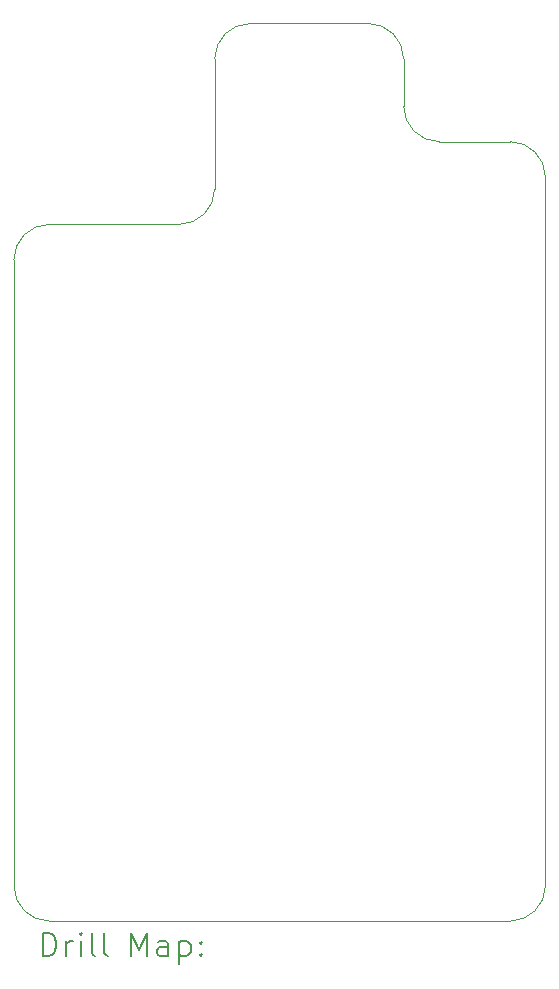
<source format=gbr>
%TF.GenerationSoftware,KiCad,Pcbnew,(7.0.0-0)*%
%TF.CreationDate,2023-03-19T22:54:46+01:00*%
%TF.ProjectId,TinyLlama-Wavetable,54696e79-4c6c-4616-9d61-2d5761766574,rev?*%
%TF.SameCoordinates,Original*%
%TF.FileFunction,Drillmap*%
%TF.FilePolarity,Positive*%
%FSLAX45Y45*%
G04 Gerber Fmt 4.5, Leading zero omitted, Abs format (unit mm)*
G04 Created by KiCad (PCBNEW (7.0.0-0)) date 2023-03-19 22:54:46*
%MOMM*%
%LPD*%
G01*
G04 APERTURE LIST*
%ADD10C,0.100000*%
%ADD11C,0.200000*%
G04 APERTURE END LIST*
D10*
X-3700000Y2600000D02*
G75*
G03*
X-4000000Y2300000I0J-300000D01*
G01*
X-2000000Y4300000D02*
G75*
G03*
X-2300000Y4000000I0J-300000D01*
G01*
X-1000000Y4300000D02*
X-2000000Y4300000D01*
X-2600000Y2600000D02*
G75*
G03*
X-2300000Y2900000I0J300000D01*
G01*
X-4000000Y2300000D02*
X-4000000Y-3000000D01*
X500000Y-3000000D02*
X500000Y3000000D01*
X-700000Y4000000D02*
G75*
G03*
X-1000000Y4300000I-300000J0D01*
G01*
X200000Y-3300000D02*
G75*
G03*
X500000Y-3000000I0J300000D01*
G01*
X-3700000Y-3300000D02*
X200000Y-3300000D01*
X-700000Y3600000D02*
G75*
G03*
X-400000Y3300000I300000J0D01*
G01*
X-2300000Y4000000D02*
X-2300000Y2900000D01*
X-4000000Y-3000000D02*
G75*
G03*
X-3700000Y-3300000I300000J0D01*
G01*
X200000Y3300000D02*
X-400000Y3300000D01*
X-700000Y3600000D02*
X-700000Y4000000D01*
X-2600000Y2600000D02*
X-3700000Y2600000D01*
X500000Y3000000D02*
G75*
G03*
X200000Y3300000I-300000J0D01*
G01*
D11*
X-3757381Y-3598476D02*
X-3757381Y-3398476D01*
X-3757381Y-3398476D02*
X-3709762Y-3398476D01*
X-3709762Y-3398476D02*
X-3681190Y-3408000D01*
X-3681190Y-3408000D02*
X-3662143Y-3427048D01*
X-3662143Y-3427048D02*
X-3652619Y-3446095D01*
X-3652619Y-3446095D02*
X-3643095Y-3484190D01*
X-3643095Y-3484190D02*
X-3643095Y-3512762D01*
X-3643095Y-3512762D02*
X-3652619Y-3550857D01*
X-3652619Y-3550857D02*
X-3662143Y-3569905D01*
X-3662143Y-3569905D02*
X-3681190Y-3588952D01*
X-3681190Y-3588952D02*
X-3709762Y-3598476D01*
X-3709762Y-3598476D02*
X-3757381Y-3598476D01*
X-3557381Y-3598476D02*
X-3557381Y-3465143D01*
X-3557381Y-3503238D02*
X-3547857Y-3484190D01*
X-3547857Y-3484190D02*
X-3538333Y-3474667D01*
X-3538333Y-3474667D02*
X-3519286Y-3465143D01*
X-3519286Y-3465143D02*
X-3500238Y-3465143D01*
X-3433571Y-3598476D02*
X-3433571Y-3465143D01*
X-3433571Y-3398476D02*
X-3443095Y-3408000D01*
X-3443095Y-3408000D02*
X-3433571Y-3417524D01*
X-3433571Y-3417524D02*
X-3424048Y-3408000D01*
X-3424048Y-3408000D02*
X-3433571Y-3398476D01*
X-3433571Y-3398476D02*
X-3433571Y-3417524D01*
X-3309762Y-3598476D02*
X-3328809Y-3588952D01*
X-3328809Y-3588952D02*
X-3338333Y-3569905D01*
X-3338333Y-3569905D02*
X-3338333Y-3398476D01*
X-3205000Y-3598476D02*
X-3224048Y-3588952D01*
X-3224048Y-3588952D02*
X-3233571Y-3569905D01*
X-3233571Y-3569905D02*
X-3233571Y-3398476D01*
X-3008809Y-3598476D02*
X-3008809Y-3398476D01*
X-3008809Y-3398476D02*
X-2942143Y-3541333D01*
X-2942143Y-3541333D02*
X-2875476Y-3398476D01*
X-2875476Y-3398476D02*
X-2875476Y-3598476D01*
X-2694524Y-3598476D02*
X-2694524Y-3493714D01*
X-2694524Y-3493714D02*
X-2704048Y-3474667D01*
X-2704048Y-3474667D02*
X-2723095Y-3465143D01*
X-2723095Y-3465143D02*
X-2761191Y-3465143D01*
X-2761191Y-3465143D02*
X-2780238Y-3474667D01*
X-2694524Y-3588952D02*
X-2713571Y-3598476D01*
X-2713571Y-3598476D02*
X-2761191Y-3598476D01*
X-2761191Y-3598476D02*
X-2780238Y-3588952D01*
X-2780238Y-3588952D02*
X-2789762Y-3569905D01*
X-2789762Y-3569905D02*
X-2789762Y-3550857D01*
X-2789762Y-3550857D02*
X-2780238Y-3531809D01*
X-2780238Y-3531809D02*
X-2761191Y-3522286D01*
X-2761191Y-3522286D02*
X-2713571Y-3522286D01*
X-2713571Y-3522286D02*
X-2694524Y-3512762D01*
X-2599286Y-3465143D02*
X-2599286Y-3665143D01*
X-2599286Y-3474667D02*
X-2580238Y-3465143D01*
X-2580238Y-3465143D02*
X-2542143Y-3465143D01*
X-2542143Y-3465143D02*
X-2523095Y-3474667D01*
X-2523095Y-3474667D02*
X-2513571Y-3484190D01*
X-2513571Y-3484190D02*
X-2504048Y-3503238D01*
X-2504048Y-3503238D02*
X-2504048Y-3560381D01*
X-2504048Y-3560381D02*
X-2513571Y-3579428D01*
X-2513571Y-3579428D02*
X-2523095Y-3588952D01*
X-2523095Y-3588952D02*
X-2542143Y-3598476D01*
X-2542143Y-3598476D02*
X-2580238Y-3598476D01*
X-2580238Y-3598476D02*
X-2599286Y-3588952D01*
X-2418333Y-3579428D02*
X-2408810Y-3588952D01*
X-2408810Y-3588952D02*
X-2418333Y-3598476D01*
X-2418333Y-3598476D02*
X-2427857Y-3588952D01*
X-2427857Y-3588952D02*
X-2418333Y-3579428D01*
X-2418333Y-3579428D02*
X-2418333Y-3598476D01*
X-2418333Y-3474667D02*
X-2408810Y-3484190D01*
X-2408810Y-3484190D02*
X-2418333Y-3493714D01*
X-2418333Y-3493714D02*
X-2427857Y-3484190D01*
X-2427857Y-3484190D02*
X-2418333Y-3474667D01*
X-2418333Y-3474667D02*
X-2418333Y-3493714D01*
M02*

</source>
